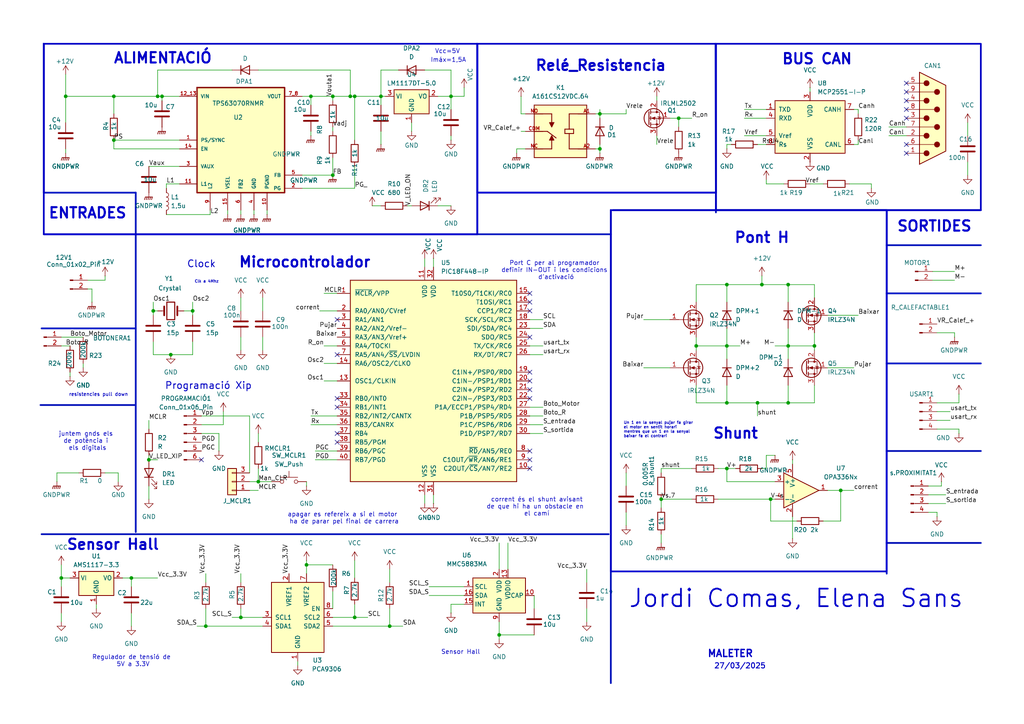
<source format=kicad_sch>
(kicad_sch (version 20250114) (generator "eeschema") (generator_version "9.0")
  (paper "A4")
  (title_block (title "Projecte_v1") (company "UB"))
  (rectangle (start 177.165 60.96) (end 257.175 165.735) (stroke (width 0.5)))
  (rectangle (start 207.645 12.7) (end 284.48 60.96) (stroke (width 0.5)))
  (rectangle (start 12.7 12.7) (end 12.7254 55.88) (stroke (width 0.5)))
  (rectangle (start 12.7 12.7) (end 138.43 67.945) (stroke (width 0.5)))
  (rectangle (start 138.43 12.7) (end 207.645 55.88) (stroke (width 0.5)))
  (text "Regulador de tensió de \n5V a 3.3V" (at 38.608 191.77 0) (effects (font (size 1.27 1.27))))
  (text "Un 1 en la senyal pujar fa girar \nel motor en sentit horari\nmentres que un 1 en la senyal \nbaixar fa el contrari \n\n\n" (at 180.848 125.984 0) (effects (font (size 0.8 0.8)) (justify left)))
  (text "Imáx=1,5A\n" (at 130.048 17.526 0) (effects (font (size 1.27 1.27))))
  (text "Sensor Hall\n" (at 133.604 189.23 0) (effects (font (size 1.27 1.27))))
  (text "apagar es refereix a si el motor \nha de parar pel final de carrera\n" (at 99.822 150.368 0) (effects (font (size 1.27 1.27))))
  (text "Port C per al programador \ndefinir IN-OUT i les condicions \nd'activació\n" (at 161.29 78.486 0) (effects (font (size 1.27 1.27))))
  (text "Microcontrolador\n" (at 88.392 76.2 0) (effects (font (size 3 3) (thickness 0.6) (bold yes))))
  (text "MALETER" (at 211.836 189.738 0) (effects (font (size 2.032 2.032) (thickness 0.4064) (bold yes))))
  (text "Relé_Resistencia\n\n" (at 174.244 21.59 0) (effects (font (size 3 3) (thickness 0.6) (bold yes))))
  (text "Programació Xip\n" (at 60.452 112.014 0) (effects (font (size 2 2) (thickness 0.25))))
  (text "ENTRADES\n" (at 25.4 61.976 0) (effects (font (size 3 3) (thickness 0.6) (bold yes))))
  (text "juntem gnds els \nde potència i \nels digitals\n" (at 25.4 128.016 0) (effects (font (size 1.27 1.27))))
  (text "Sensor Hall\n\n" (at 32.766 160.528 0) (effects (font (size 3 3) (thickness 0.6) (bold yes))))
  (text "BUS CAN\n" (at 236.982 17.272 0) (effects (font (size 3 3) (thickness 0.6) (bold yes))))
  (text "corrent és el shunt avisant\nde que hi ha un obstacle en \nel camí" (at 155.702 147.066 0) (effects (font (size 1.27 1.27))))
  (text "Pont H\n" (at 220.98 69.088 0) (effects (font (size 3 3) (thickness 0.6) (bold yes))))
  (text "Jordi Comas, Elena Sans\n" (at 230.886 173.736 0) (effects (font (size 5.08 5.08) (thickness 0.508) (bold yes))))
  (text "Vcc=5V" (at 129.794 14.986 0) (effects (font (size 1.27 1.27))))
  (text "ALIMENTACIÓ\n" (at 47.244 17.018 0) (effects (font (size 3 3) (thickness 0.6) (bold yes))))
  (text "Clock\n" (at 58.42 76.708 0) (effects (font (size 2 2) (thickness 0.25))))
  (text "Clk a 4Mhz\n" (at 59.944 81.788 0) (effects (font (size 0.8 0.8))))
  (text "resistencies pull down \n" (at 28.956 114.554 0) (effects (font (size 1 1))))
  (text "27/03/2025" (at 214.63 193.294 0) (effects (font (size 1.524 1.524) (thickness 0.254) (bold yes))))
  (text "Shunt\n\n" (at 213.36 128.27 0) (effects (font (size 3 3) (thickness 0.6) (bold yes))))
  (text "SORTIDES\n" (at 271.018 65.786 0) (effects (font (size 3 3) (thickness 0.6) (bold yes))))
  (junction (at 17.78 167.64))
  (junction (at 210.82 100.33))
  (junction (at 173.99 33.02))
  (junction (at 49.53 102.87))
  (junction (at 144.78 184.15))
  (junction (at 19.05 27.94))
  (junction (at 201.93 100.33))
  (junction (at 33.02 40.64))
  (junction (at 59.69 181.61))
  (junction (at 196.85 34.29))
  (junction (at 173.99 43.18))
  (junction (at 38.1 167.64))
  (junction (at 88.9 163.83))
  (junction (at 43.18 133.35))
  (junction (at 220.98 82.55))
  (junction (at 228.6 100.33))
  (junction (at 210.82 116.84))
  (junction (at 236.22 100.33))
  (junction (at 55.88 90.17))
  (junction (at 223.52 144.78))
  (junction (at 228.6 82.55))
  (junction (at 33.02 27.94))
  (junction (at 219.71 116.84))
  (junction (at 90.17 27.94))
  (junction (at 243.84 142.24))
  (junction (at 191.77 144.78))
  (junction (at 130.81 27.94))
  (junction (at 45.72 27.94))
  (junction (at 96.52 27.94))
  (junction (at 102.87 27.94))
  (junction (at 74.93 139.7))
  (junction (at 102.87 179.07))
  (junction (at 210.82 135.89))
  (junction (at 110.49 27.94))
  (junction (at 113.03 181.61))
  (junction (at 210.82 82.55))
  (junction (at 101.6 27.94))
  (junction (at 228.6 116.84))
  (junction (at 44.45 90.17))
  (junction (at 96.52 50.8))
  (junction (at 69.85 179.07))
  (junction (at 46.99 27.94))
  (no_connect (at 262.89 34.29))
  (no_connect (at 153.67 90.17))
  (no_connect (at 97.79 92.71))
  (no_connect (at 153.67 87.63))
  (no_connect (at 262.89 26.67))
  (no_connect (at 97.79 102.87))
  (no_connect (at 153.67 115.57))
  (no_connect (at 58.42 133.35))
  (no_connect (at 153.67 130.81))
  (no_connect (at 153.67 113.03))
  (no_connect (at 97.79 115.57))
  (no_connect (at 153.67 97.79))
  (no_connect (at 262.89 29.21))
  (no_connect (at 153.67 85.09))
  (no_connect (at 153.67 107.95))
  (no_connect (at 153.67 110.49))
  (no_connect (at 153.67 135.89))
  (no_connect (at 97.79 128.27))
  (no_connect (at 262.89 44.45))
  (no_connect (at 262.89 41.91))
  (no_connect (at 153.67 133.35))
  (no_connect (at 262.89 24.13))
  (no_connect (at 262.89 31.75))
  (no_connect (at 97.79 118.11))
  (no_connect (at 97.79 125.73))
  (wire (pts (xy 222.25 132.08) (xy 224.79 132.08)))
  (wire (pts (xy 91.44 133.35) (xy 97.79 133.35)))
  (wire (pts (xy 34.29 139.7) (xy 34.29 137.16)))
  (wire (pts (xy 74.93 125.73) (xy 74.93 128.27)))
  (wire (pts (xy 123.19 74.93) (xy 123.19 77.47)))
  (wire (pts (xy 33.02 40.64) (xy 33.02 43.18)))
  (wire (pts (xy 90.17 120.65) (xy 97.79 120.65)))
  (wire (pts (xy 60.96 62.23) (xy 60.96 60.96)))
  (wire (pts (xy 246.38 53.34) (xy 252.73 53.34)))
  (wire (pts (xy 210.82 111.76) (xy 210.82 116.84)))
  (wire (pts (xy 88.9 163.83) (xy 96.52 163.83)))
  (wire (pts (xy 115.57 20.32) (xy 110.49 20.32)))
  (wire (pts (xy 113.03 176.53) (xy 113.03 181.61)))
  (wire (pts (xy 257.81 39.37) (xy 262.89 39.37)))
  (wire (pts (xy 228.6 100.33) (xy 228.6 104.14)))
  (wire (pts (xy 280.67 46.99) (xy 280.67 50.8)))
  (wire (pts (xy 215.9 31.75) (xy 222.25 31.75)))
  (wire (pts (xy 93.98 110.49) (xy 97.79 110.49)))
  (wire (pts (xy 76.2 181.61) (xy 59.69 181.61)))
  (wire (pts (xy 172.72 33.02) (xy 173.99 33.02)))
  (wire (pts (xy 45.72 90.17) (xy 44.45 90.17)))
  (wire (pts (xy 271.78 119.38) (xy 275.59 119.38)))
  (wire (pts (xy 59.69 166.37) (xy 59.69 168.91)))
  (wire (pts (xy 43.18 121.92) (xy 43.18 124.46)))
  (wire (pts (xy 153.67 100.33) (xy 157.48 100.33)))
  (wire (pts (xy 271.78 121.92) (xy 275.59 121.92)))
  (wire (pts (xy 130.81 27.94) (xy 130.81 31.75)))
  (wire (pts (xy 91.44 130.81) (xy 97.79 130.81)))
  (wire (pts (xy 102.87 27.94) (xy 110.49 27.94)))
  (wire (pts (xy 44.45 87.63) (xy 44.45 90.17)))
  (wire (pts (xy 228.6 82.55) (xy 228.6 87.63)))
  (wire (pts (xy 228.6 116.84) (xy 236.22 116.84)))
  (wire (pts (xy 186.69 92.71) (xy 194.31 92.71)))
  (wire (pts (xy 123.19 143.51) (xy 123.19 146.05)))
  (wire (pts (xy 76.2 97.79) (xy 76.2 101.6)))
  (wire (pts (xy 170.18 165.1) (xy 170.18 168.91)))
  (wire (pts (xy 46.99 29.21) (xy 46.99 27.94)))
  (wire (pts (xy 45.72 167.64) (xy 38.1 167.64)))
  (wire (pts (xy 224.79 139.7) (xy 210.82 139.7)))
  (wire (pts (xy 228.6 82.55) (xy 236.22 82.55)))
  (wire (pts (xy 55.88 99.06) (xy 55.88 102.87)))
  (wire (pts (xy 173.99 43.18) (xy 173.99 44.45)))
  (wire (pts (xy 34.29 137.16) (xy 30.48 137.16)))
  (wire (pts (xy 144.78 184.15) (xy 144.78 180.34)))
  (wire (pts (xy 57.15 181.61) (xy 59.69 181.61)))
  (wire (pts (xy 96.52 179.07) (xy 102.87 179.07)))
  (wire (pts (xy 66.04 60.96) (xy 66.04 62.23)))
  (wire (pts (xy 113.03 165.1) (xy 113.03 168.91)))
  (wire (pts (xy 151.13 38.1) (xy 152.4 38.1)))
  (wire (pts (xy 90.17 38.1) (xy 90.17 39.37)))
  (wire (pts (xy 153.67 125.73) (xy 157.48 125.73)))
  (wire (pts (xy 208.28 135.89) (xy 210.82 135.89)))
  (wire (pts (xy 124.46 170.18) (xy 134.62 170.18)))
  (wire (pts (xy 33.02 27.94) (xy 45.72 27.94)))
  (wire (pts (xy 17.78 100.33) (xy 20.32 100.33)))
  (wire (pts (xy 77.47 60.96) (xy 77.47 62.23)))
  (wire (pts (xy 153.67 102.87) (xy 157.48 102.87)))
  (wire (pts (xy 24.13 105.41) (xy 24.13 106.68)))
  (wire (pts (xy 110.49 20.32) (xy 110.49 27.94)))
  (wire (pts (xy 240.03 142.24) (xy 243.84 142.24)))
  (wire (pts (xy 48.26 53.34) (xy 48.26 54.61)))
  (wire (pts (xy 236.22 96.52) (xy 236.22 100.33)))
  (wire (pts (xy 210.82 116.84) (xy 219.71 116.84)))
  (wire (pts (xy 153.67 92.71) (xy 157.48 92.71)))
  (wire (pts (xy 87.63 50.8) (xy 96.52 50.8)))
  (wire (pts (xy 210.82 135.89) (xy 210.82 139.7)))
  (wire (pts (xy 236.22 82.55) (xy 236.22 86.36)))
  (wire (pts (xy 67.31 179.07) (xy 69.85 179.07)))
  (wire (pts (xy 74.93 142.24) (xy 72.39 142.24)))
  (wire (pts (xy 69.85 97.79) (xy 69.85 101.6)))
  (wire (pts (xy 33.02 27.94) (xy 33.02 33.02)))
  (wire (pts (xy 127 59.69) (xy 130.81 59.69)))
  (wire (pts (xy 144.78 185.42) (xy 144.78 184.15)))
  (wire (pts (xy 113.03 181.61) (xy 116.84 181.61)))
  (wire (pts (xy 278.13 124.46) (xy 278.13 125.73)))
  (wire (pts (xy 19.05 21.59) (xy 19.05 27.94)))
  (wire (pts (xy 220.98 80.01) (xy 220.98 82.55)))
  (wire (pts (xy 222.25 52.07) (xy 222.25 53.34)))
  (wire (pts (xy 240.03 106.68) (xy 247.65 106.68)))
  (wire (pts (xy 173.99 41.91) (xy 173.99 43.18)))
  (wire (pts (xy 96.52 27.94) (xy 101.6 27.94)))
  (wire (pts (xy 125.73 143.51) (xy 125.73 146.05)))
  (wire (pts (xy 208.28 144.78) (xy 223.52 144.78)))
  (wire (pts (xy 220.98 135.89) (xy 222.25 135.89)))
  (wire (pts (xy 210.82 100.33) (xy 214.63 100.33)))
  (wire (pts (xy 25.4 81.28) (xy 30.48 81.28)))
  (wire (pts (xy 74.93 139.7) (xy 78.74 139.7)))
  (wire (pts (xy 270.51 78.74) (xy 276.86 78.74)))
  (wire (pts (xy 219.71 116.84) (xy 228.6 116.84)))
  (wire (pts (xy 223.52 144.78) (xy 224.79 144.78)))
  (wire (pts (xy 280.67 35.56) (xy 280.67 39.37)))
  (wire (pts (xy 93.98 105.41) (xy 97.79 105.41)))
  (wire (pts (xy 44.45 90.17) (xy 44.45 91.44)))
  (wire (pts (xy 96.52 45.72) (xy 96.52 50.8)))
  (wire (pts (xy 90.17 123.19) (xy 97.79 123.19)))
  (wire (pts (xy 96.52 171.45) (xy 96.52 176.53)))
  (wire (pts (xy 252.73 53.34) (xy 252.73 54.61)))
  (wire (pts (xy 67.31 20.32) (xy 45.72 20.32)))
  (wire (pts (xy 172.72 43.18) (xy 173.99 43.18)))
  (wire (pts (xy 93.98 85.09) (xy 97.79 85.09)))
  (wire (pts (xy 196.85 34.29) (xy 200.66 34.29)))
  (wire (pts (xy 181.61 137.16) (xy 181.61 140.97)))
  (wire (pts (xy 76.2 86.36) (xy 76.2 90.17)))
  (wire (pts (xy 228.6 95.25) (xy 228.6 100.33)))
  (wire (pts (xy 271.78 124.46) (xy 278.13 124.46)))
  (wire (pts (xy 201.93 100.33) (xy 210.82 100.33)))
  (wire (pts (xy 69.85 176.53) (xy 69.85 179.07)))
  (wire (pts (xy 27.94 175.26) (xy 27.94 176.53)))
  (wire (pts (xy 181.61 148.59) (xy 181.61 152.4)))
  (wire (pts (xy 87.63 27.94) (xy 90.17 27.94)))
  (wire (pts (xy 46.99 27.94) (xy 52.07 27.94)))
  (wire (pts (xy 222.25 135.89) (xy 222.25 132.08)))
  (wire (pts (xy 191.77 135.89) (xy 191.77 137.16)))
  (wire (pts (xy 45.72 20.32) (xy 45.72 27.94)))
  (wire (pts (xy 173.99 33.02) (xy 173.99 31.75)))
  (wire (pts (xy 16.51 137.16) (xy 22.86 137.16)))
  (wire (pts (xy 271.78 96.52) (xy 276.86 96.52)))
  (wire (pts (xy 247.65 41.91) (xy 248.92 41.91)))
  (wire (pts (xy 144.78 184.15) (xy 154.94 184.15)))
  (wire (pts (xy 102.87 40.64) (xy 102.87 27.94)))
  (wire (pts (xy 247.65 31.75) (xy 248.92 31.75)))
  (wire (pts (xy 191.77 135.89) (xy 200.66 135.89)))
  (wire (pts (xy 223.52 151.13) (xy 231.14 151.13)))
  (wire (pts (xy 96.52 36.83) (xy 96.52 38.1)))
  (wire (pts (xy 269.24 143.51) (xy 274.32 143.51)))
  (wire (pts (xy 236.22 100.33) (xy 236.22 101.6)))
  (wire (pts (xy 271.78 148.59) (xy 271.78 149.86)))
  (wire (pts (xy 215.9 39.37) (xy 222.25 39.37)))
  (wire (pts (xy 248.92 31.75) (xy 248.92 33.02)))
  (wire (pts (xy 110.49 27.94) (xy 111.76 27.94)))
  (wire (pts (xy 210.82 82.55) (xy 220.98 82.55)))
  (wire (pts (xy 49.53 102.87) (xy 44.45 102.87)))
  (wire (pts (xy 201.93 111.76) (xy 201.93 116.84)))
  (wire (pts (xy 240.03 91.44) (xy 248.92 91.44)))
  (wire (pts (xy 153.67 118.11) (xy 157.48 118.11)))
  (wire (pts (xy 257.81 36.83) (xy 262.89 36.83)))
  (wire (pts (xy 20.32 107.95) (xy 20.32 109.22)))
  (wire (pts (xy 55.88 90.17) (xy 55.88 91.44)))
  (wire (pts (xy 220.98 82.55) (xy 228.6 82.55)))
  (wire (pts (xy 144.78 157.48) (xy 144.78 165.1)))
  (wire (pts (xy 33.02 43.18) (xy 52.07 43.18)))
  (wire (pts (xy 210.82 100.33) (xy 210.82 104.14)))
  (wire (pts (xy 123.19 20.32) (xy 130.81 20.32)))
  (wire (pts (xy 110.49 38.1) (xy 110.49 41.91)))
  (wire (pts (xy 26.67 83.82) (xy 26.67 87.63)))
  (wire (pts (xy 210.82 82.55) (xy 210.82 87.63)))
  (wire (pts (xy 212.09 41.91) (xy 210.82 41.91)))
  (wire (pts (xy 102.87 175.26) (xy 102.87 179.07)))
  (wire (pts (xy 191.77 154.94) (xy 191.77 157.48)))
  (wire (pts (xy 270.51 81.28) (xy 276.86 81.28)))
  (wire (pts (xy 124.46 172.72) (xy 134.62 172.72)))
  (wire (pts (xy 147.32 157.48) (xy 147.32 165.1)))
  (wire (pts (xy 194.31 34.29) (xy 196.85 34.29)))
  (wire (pts (xy 243.84 142.24) (xy 247.65 142.24)))
  (wire (pts (xy 278.13 114.3) (xy 278.13 116.84)))
  (wire (pts (xy 96.52 27.94) (xy 96.52 29.21)))
  (wire (pts (xy 53.34 90.17) (xy 55.88 90.17)))
  (wire (pts (xy 19.05 27.94) (xy 33.02 27.94)))
  (wire (pts (xy 72.39 120.65) (xy 58.42 120.65)))
  (wire (pts (xy 17.78 167.64) (xy 17.78 170.18)))
  (wire (pts (xy 153.67 120.65) (xy 157.48 120.65)))
  (wire (pts (xy 19.05 27.94) (xy 19.05 35.56)))
  (wire (pts (xy 92.71 90.17) (xy 97.79 90.17)))
  (wire (pts (xy 30.48 80.01) (xy 30.48 81.28)))
  (wire (pts (xy 236.22 116.84) (xy 236.22 111.76)))
  (wire (pts (xy 38.1 177.8) (xy 38.1 181.61)))
  (wire (pts (xy 43.18 48.26) (xy 52.07 48.26)))
  (wire (pts (xy 96.52 181.61) (xy 113.03 181.61)))
  (wire (pts (xy 134.62 25.4) (xy 134.62 27.94)))
  (wire (pts (xy 69.85 86.36) (xy 69.85 90.17)))
  (wire (pts (xy 38.1 167.64) (xy 38.1 170.18)))
  (wire (pts (xy 73.66 60.96) (xy 73.66 62.23)))
  (wire (pts (xy 191.77 144.78) (xy 200.66 144.78)))
  (wire (pts (xy 191.77 144.78) (xy 191.77 147.32)))
  (wire (pts (xy 210.82 135.89) (xy 213.36 135.89)))
  (wire (pts (xy 16.51 139.7) (xy 16.51 137.16)))
  (wire (pts (xy 134.62 175.26) (xy 130.81 175.26)))
  (wire (pts (xy 17.78 167.64) (xy 20.32 167.64)))
  (wire (pts (xy 107.95 59.69) (xy 110.49 59.69)))
  (wire (pts (xy 90.17 27.94) (xy 90.17 30.48)))
  (wire (pts (xy 59.69 176.53) (xy 59.69 181.61)))
  (wire (pts (xy 88.9 162.56) (xy 88.9 163.83)))
  (wire (pts (xy 55.88 87.63) (xy 55.88 90.17)))
  (wire (pts (xy 234.95 53.34) (xy 238.76 53.34)))
  (wire (pts (xy 25.4 83.82) (xy 26.67 83.82)))
  (wire (pts (xy 102.87 48.26) (xy 102.87 54.61)))
  (wire (pts (xy 64.77 123.19) (xy 58.42 123.19)))
  (wire (pts (xy 215.9 34.29) (xy 222.25 34.29)))
  (wire (pts (xy 74.93 135.89) (xy 74.93 139.7)))
  (wire (pts (xy 224.79 100.33) (xy 228.6 100.33)))
  (wire (pts (xy 69.85 60.96) (xy 69.85 62.23)))
  (wire (pts (xy 229.87 133.35) (xy 229.87 134.62)))
  (wire (pts (xy 201.93 116.84) (xy 210.82 116.84)))
  (wire (pts (xy 149.86 44.45) (xy 149.86 43.18)))
  (wire (pts (xy 201.93 82.55) (xy 210.82 82.55)))
  (wire (pts (xy 125.73 74.93) (xy 125.73 77.47)))
  (wire (pts (xy 74.93 20.32) (xy 101.6 20.32)))
  (wire (pts (xy 119.38 35.56) (xy 119.38 38.1)))
  (wire (pts (xy 153.67 95.25) (xy 157.48 95.25)))
  (wire (pts (xy 43.18 133.35) (xy 45.72 133.35)))
  (wire (pts (xy 119.38 59.69) (xy 118.11 59.69)))
  (wire (pts (xy 154.94 172.72) (xy 154.94 176.53)))
  (wire (pts (xy 181.61 31.75) (xy 181.61 33.02)))
  (wire (pts (xy 201.93 97.79) (xy 201.93 100.33)))
  (wire (pts (xy 269.24 146.05) (xy 274.32 146.05)))
  (wire (pts (xy 110.49 27.94) (xy 110.49 30.48)))
  (wire (pts (xy 101.6 20.32) (xy 101.6 27.94)))
  (wire (pts (xy 19.05 43.18) (xy 19.05 44.45)))
  (wire (pts (xy 228.6 100.33) (xy 236.22 100.33)))
  (wire (pts (xy 76.2 179.07) (xy 69.85 179.07)))
  (wire (pts (xy 201.93 100.33) (xy 201.93 101.6)))
  (wire (pts (xy 190.5 27.94) (xy 190.5 29.21)))
  (wire (pts (xy 219.71 41.91) (xy 222.25 41.91)))
  (wire (pts (xy 153.67 123.19) (xy 157.48 123.19)))
  (wire (pts (xy 243.84 142.24) (xy 243.84 151.13)))
  (wire (pts (xy 152.4 33.02) (xy 151.13 33.02)))
  (wire (pts (xy 43.18 132.08) (xy 43.18 133.35)))
  (wire (pts (xy 210.82 41.91) (xy 210.82 43.18)))
  (wire (pts (xy 219.71 116.84) (xy 219.71 120.65)))
  (wire (pts (xy 130.81 39.37) (xy 130.81 40.64)))
  (wire (pts (xy 186.69 106.68) (xy 194.31 106.68)))
  (wire (pts (xy 43.18 140.97) (xy 43.18 144.78)))
  (wire (pts (xy 88.9 139.7) (xy 88.9 140.97)))
  (wire (pts (xy 210.82 95.25) (xy 210.82 100.33)))
  (wire (pts (xy 196.85 34.29) (xy 196.85 36.83)))
  (wire (pts (xy 45.72 27.94) (xy 46.99 27.94)))
  (wire (pts (xy 201.93 87.63) (xy 201.93 82.55)))
  (wire (pts (xy 55.88 102.87) (xy 49.53 102.87)))
  (wire (pts (xy 88.9 163.83) (xy 88.9 166.37)))
  (wire (pts (xy 234.95 25.4) (xy 234.95 26.67)))
  (wire (pts (xy 72.39 120.65) (xy 72.39 137.16)))
  (wire (pts (xy 63.5 125.73) (xy 58.42 125.73)))
  (wire (pts (xy 38.1 167.64) (xy 35.56 167.64)))
  (wire (pts (xy 127 27.94) (xy 130.81 27.94)))
  (wire (pts (xy 170.18 176.53) (xy 170.18 180.34)))
  (wire (pts (xy 151.13 27.94) (xy 151.13 33.02)))
  (wire (pts (xy 87.63 54.61) (xy 102.87 54.61)))
  (wire (pts (xy 223.52 144.78) (xy 223.52 151.13)))
  (wire (pts (xy 48.26 62.23) (xy 60.96 62.23)))
  (wire (pts (xy 101.6 27.94) (xy 102.87 27.94)))
  (wire (pts (xy 17.78 97.79) (xy 24.13 97.79)))
  (wire (pts (xy 130.81 175.26) (xy 130.81 177.8)))
  (wire (pts (xy 130.81 20.32) (xy 130.81 27.94)))
  (wire (pts (xy 69.85 166.37) (xy 69.85 168.91)))
  (wire (pts (xy 44.45 99.06) (xy 44.45 102.87)))
  (wire (pts (xy 48.26 53.34) (xy 52.07 53.34)))
  (wire (pts (xy 273.05 139.7) (xy 273.05 140.97)))
  (wire (pts (xy 228.6 111.76) (xy 228.6 116.84)))
  (wire (pts (xy 102.87 162.56) (xy 102.87 167.64)))
  (wire (pts (xy 93.98 100.33) (xy 97.79 100.33)))
  (wire (pts (xy 269.24 148.59) (xy 271.78 148.59)))
  (wire (pts (xy 229.87 149.86) (xy 229.87 156.21)))
  (wire (pts (xy 173.99 33.02) (xy 173.99 34.29)))
  (wire (pts (xy 17.78 177.8) (xy 17.78 180.34)))
  (wire (pts (xy 269.24 140.97) (xy 273.05 140.97)))
  (wire (pts (xy 63.5 130.81) (xy 63.5 125.73)))
  (wire (pts (xy 222.25 53.34) (xy 227.33 53.34)))
  (wire (pts (xy 64.77 119.38) (xy 64.77 123.19)))
  (wire (pts (xy 181.61 33.02) (xy 173.99 33.02)))
  (wire (pts (xy 102.87 179.07) (xy 106.68 179.07)))
  (wire (pts (xy 17.78 163.83) (xy 17.78 167.64)))
  (wire (pts (xy 90.17 27.94) (xy 96.52 27.94)))
  (wire (pts (xy 33.02 40.64) (xy 52.07 40.64)))
  (wire (pts (xy 72.39 139.7) (xy 74.93 139.7)))
  (wire (pts (xy 271.78 116.84) (xy 278.13 116.84)))
  (wire (pts (xy 149.86 43.18) (xy 152.4 43.18)))
  (wire (pts (xy 276.86 96.52) (xy 276.86 97.79)))
  (wire (pts (xy 248.92 40.64) (xy 248.92 41.91)))
  (wire (pts (xy 190.5 39.37) (xy 190.5 41.91)))
  (wire (pts (xy 238.76 151.13) (xy 243.84 151.13)))
  (wire (pts (xy 130.81 27.94) (xy 134.62 27.94)))
  (wire (pts (xy 86.36 191.77) (xy 86.36 193.04)))
  (label "Pujar" (at 186.69 92.71 180))
  (label "usart_rx" (at 157.48 102.87 0))
  (label "Vcc_3.3V" (at 83.82 166.37 90))
  (label "Vrele" (at 190.5 41.91 0))
  (label "Vcc_3.3V" (at 59.69 166.37 90))
  (label "M-" (at 224.79 100.33 180))
  (label "L2" (at 60.96 62.23 0))
  (label "PGD" (at 91.44 133.35 0) (effects (font (thickness 0.1588))))
  (label "Vaux" (at 43.18 48.26 0))
  (label "Boto_Motor" (at 157.48 118.11 0))
  (label "V+" (at 210.82 135.89 0))
  (label "Vcc_3.3V" (at 147.32 157.48 0))
  (label "Vouta1" (at 96.52 27.94 90))
  (label "Canl" (at 248.92 41.91 0))
  (label "Rx" (at 90.17 123.19 0))
  (label "SCL" (at 106.68 179.07 0))
  (label "SCL_S" (at 124.46 170.18 180))
  (label "Pujar" (at 97.79 95.25 180))
  (label "PGC" (at 58.42 130.81 0) (effects (font (thickness 0.1588))))
  (label "Vrele" (at 181.61 31.75 0))
  (label "M+" (at 214.63 100.33 0))
  (label "R_on" (at 200.66 34.29 0))
  (label "Man_CLR" (at 74.93 139.7 0) (effects (font (thickness 0.1588))))
  (label "R_on" (at 93.98 100.33 180))
  (label "shunt" (at 219.71 120.65 0) (effects (font (thickness 0.1588))))
  (label "usart_tx" (at 275.59 119.38 0))
  (label "Vcc_3.3V" (at 45.72 167.64 0))
  (label "VR_Calef_+" (at 271.78 93.98 0))
  (label "Vcc_3.3V" (at 69.85 166.37 90))
  (label "Osc1" (at 44.45 87.63 0))
  (label "Vadj" (at 96.52 36.83 0))
  (label "corrent" (at 92.71 90.17 180) (effects (font (thickness 0.1588))))
  (label "Baixar" (at 248.92 91.44 0))
  (label "M+" (at 276.86 78.74 0))
  (label "shunt" (at 191.77 135.89 0) (effects (font (thickness 0.1588))))
  (label "usart_tx" (at 157.48 100.33 0))
  (label "SCL_S" (at 67.31 179.07 180))
  (label "Tx" (at 90.17 120.65 0))
  (label "V_LED_ON" (at 119.38 59.69 90))
  (label "Boto_R" (at 157.48 120.65 0))
  (label "VR_Calef_+" (at 151.13 38.1 180))
  (label "Osc2" (at 55.88 87.63 0))
  (label "Tx" (at 215.9 31.75 0))
  (label "usart_rx" (at 275.59 121.92 0))
  (label "Boto_R" (at 19.05 100.33 0))
  (label "corrent" (at 247.65 142.24 0) (effects (font (thickness 0.1588))))
  (label "S_entrada" (at 274.32 143.51 0))
  (label "M-" (at 276.86 81.28 0))
  (label "S_entrada" (at 157.48 123.19 0))
  (label "MCLR" (at 43.18 121.92 0))
  (label "PS" (at 33.02 40.64 0))
  (label "SDA_S" (at 57.15 181.61 180))
  (label "PG_" (at 102.87 54.61 0))
  (label "Vs.7" (at 191.77 144.78 0))
  (label "V_LED_XIP" (at 43.18 133.35 0))
  (label "MCLR" (at 93.98 85.09 0))
  (label "Pujar" (at 247.65 106.68 0))
  (label "SDA" (at 157.48 95.25 0))
  (label "PGD" (at 58.42 128.27 0) (effects (font (thickness 0.1588))))
  (label "SDA" (at 116.84 181.61 0))
  (label "FB" (at 96.52 50.8 0))
  (label "SDA_S" (at 124.46 172.72 180))
  (label "S_sortida" (at 274.32 146.05 0))
  (label "Osc1" (at 93.98 110.49 180))
  (label "PGC" (at 91.44 130.81 0) (effects (font (thickness 0.1588))))
  (label "Vpp" (at 58.42 120.65 0))
  (label "Canl" (at 257.81 39.37 0))
  (label "Vref" (at 215.9 39.37 0))
  (label "Vref" (at 237.49 53.34 180))
  (label "Boto_Motor" (at 20.32 97.79 0))
  (label "Rx" (at 215.9 34.29 0))
  (label "MCLR" (at 74.93 142.24 0) (effects (font (thickness 0.1588))))
  (label "Canh" (at 248.92 31.75 0))
  (label "V-s" (at 223.52 144.78 0))
  (label "Vcc_3.3V" (at 144.78 157.48 180))
  (label "RsU4" (at 220.98 41.91 0))
  (label "S_sortida" (at 157.48 125.73 0))
  (label "Canh" (at 257.81 36.83 0))
  (label "Baixar" (at 97.79 97.79 180))
  (label "Vcc_3.3V" (at 170.18 165.1 180))
  (label "L1" (at 48.26 53.34 0))
  (label "Osc2" (at 93.98 105.41 180))
  (label "Baixar" (at 186.69 106.68 180))
  (label "SCL" (at 157.48 92.71 0))
  (rule_area (polyline (pts (xy 257.212 61.0178) (xy 257.175 166.37)) (stroke (width 0.508) (color 0 14 183 1))))
  (rule_area (polyline (pts (xy 284.48 105.41) (xy 257.175 105.41)) (stroke (width 0.508) (color 0 14 183 1))))
  (rule_area (polyline (pts (xy 284.48 60.96) (xy 177.8 60.96)) (stroke (width 0.508) (color 0 14 183 1))))
  (rule_area (polyline (pts (xy 177.165 60.96) (xy 177.165 198.12)) (stroke (width 0.508) (color 0 14 183 1))))
  (rule_area (polyline (pts (xy 39.37 55.88) (xy 39.37 154.305)) (stroke (width 0.508) (color 0 14 183 1))))
  (rule_area (polyline (pts (xy 207.5453 12.9625) (xy 207.645 61.595)) (stroke (width 0.508) (color 0 14 183 1))))
  (rule_area (polyline (pts (xy 284.48 71.12) (xy 257.175 71.12)) (stroke (width 0.508) (color 0 14 183 1))))
  (rule_area (polyline (pts (xy 138.43 12.7) (xy 138.43 67.945)) (stroke (width 0.508) (color 0 14 183 1))))
  (rule_area (polyline (pts (xy 284.48 130.81) (xy 257.175 130.81)) (stroke (width 0.508) (color 0 14 183 1))))
  (rule_area (polyline (pts (xy 284.48 85.09) (xy 257.175 85.09)) (stroke (width 0.508) (color 0 14 183 1))))
  (rule_area (polyline (pts (xy 177.165 67.945) (xy 12.7 67.945)) (stroke (width 0.508) (color 0 14 183 1))))
  (rule_area (polyline (pts (xy 39.37 95.25) (xy 12.065 95.25)) (stroke (width 0.508) (color 0 14 183 1))))
  (rule_area (polyline (pts (xy 284.48 157.48) (xy 257.175 157.48)) (stroke (width 0.508) (color 0 14 183 1))))
  (rule_area (polyline (pts (xy 39.37 55.88) (xy 12.7 55.88)) (stroke (width 0.508) (color 0 14 183 1))))
  (rule_area (polyline (pts (xy 176.53 154.94) (xy 12.065 154.94)) (stroke (width 0.508) (color 0 14 183 1))))
  (rule_area (polyline (pts (xy 207.645 55.88) (xy 138.43 55.88)) (stroke (width 0.508) (color 0 14 183 1))))
  (rule_area (polyline (pts (xy 39.0524 117.475) (xy 11.7474 117.475)) (stroke (width 0.508) (color 0 14 183 1))))
  (symbol (lib_id "power:GNDPWR") (at 69.85 62.23 0) (unit 1)
    (property "Reference" "#PWR023" (effects (hide yes)))
    (property "Value" "GNDPWR" (at 71.628 66.802 0))
    (property "Description" "Power symbol creates a global label with name \"GNDPWR\" , global ground" (effects (hide yes)))
  )
  (symbol (lib_id "power:GND") (at 88.9 140.97 0) (unit 1)
    (property "Reference" "#PWR026" (effects (hide yes)))
    (property "Value" "GND" (at 88.9 146.05 0))
    (property "Description" "Power symbol creates a global label with name \"GND\" , ground" (effects (hide yes)))
  )
  (symbol (lib_id "Connector:Conn_01x02_Pin") (at 12.7 97.79 0) (unit 1)
    (property "Reference" "BOTONERA1" (at 32.512 98.044 0))
    (property "Value" "Conn_01x02_Pin" (effects (hide yes)))
    (property "Footprint" "Connector_PinHeader_2.54mm:PinHeader_1x02_P2.54mm_Vertical" (effects (hide yes)))
    (property "Description" "Generic connector, single row, 01x02, script generated" (effects (hide yes)))
  )
  (symbol (lib_id "power:GND") (at 24.13 106.68 0) (unit 1)
    (property "Reference" "#PWR070" (effects (hide yes)))
    (property "Value" "GND" (at 24.13 111.76 0))
    (property "Description" "Power symbol creates a global label with name \"GND\" , ground" (effects (hide yes)))
  )
  (symbol (lib_id "Device:R") (at 191.77 140.97 0) (unit 1)
    (property "Reference" "R_shunt1" (at 188.976 140.97 90) (effects (justify left)))
    (property "Value" "0.005R" (at 187.198 140.97 90) (effects (justify left)))
    (property "Footprint" "Resistor_SMD:R_Shunt_Vishay_WSK2512_6332Metric_T2.21mm" (effects (hide yes)))
    (property "Description" "Resistor" (effects (hide yes)))
  )
  (symbol (lib_id "power:GNDPWR") (at 26.67 87.63 0) (unit 1)
    (property "Reference" "#PWR04" (effects (hide yes)))
    (property "Value" "GNDPWR" (at 26.543 91.44 0))
    (property "Description" "Power symbol creates a global label with name \"GNDPWR\" , global ground" (effects (hide yes)))
  )
  (symbol (lib_id "power:GNDPWR") (at 77.47 62.23 0) (unit 1)
    (property "Reference" "#PWR028" (effects (hide yes)))
    (property "Value" "GNDPWR" (at 71.628 66.802 0))
    (property "Description" "Power symbol creates a global label with name \"GNDPWR\" , global ground" (effects (hide yes)))
  )
  (symbol (lib_id "power:GNDPWR") (at 191.77 157.48 0) (unit 1)
    (property "Reference" "#PWR052" (effects (hide yes)))
    (property "Value" "GNDPWR" (at 191.262 161.798 0))
    (property "Description" "Power symbol creates a global label with name \"GNDPWR\" , global ground" (effects (hide yes)))
  )
  (symbol (lib_id "Device:C") (at 90.17 34.29 0) (unit 1)
    (property "Reference" "C10" (at 86.106 29.718 0) (effects (justify left)))
    (property "Value" "10u" (at 85.09 31.75 0) (effects (justify left)))
    (property "Footprint" "Capacitor_SMD:C_0402_1005Metric" (effects (hide yes)))
    (property "Description" "Unpolarized capacitor" (effects (hide yes)))
  )
  (symbol (lib_id "power:GNDPWR") (at 196.85 44.45 0) (unit 1)
    (property "Reference" "#PWR046" (effects (hide yes)))
    (property "Value" "GNDPWR" (at 196.85 48.26 0))
    (property "Description" "Power symbol creates a global label with name \"GNDPWR\" , global ground" (effects (hide yes)))
  )
  (symbol (lib_id "power:VCC") (at 69.85 86.36 0) (unit 1)
    (property "Reference" "#PWR016" (effects (hide yes)))
    (property "Value" "VCC" (at 69.85 81.28 0))
    (property "Description" "Power symbol creates a global label with name \"VCC\"" (effects (hide yes)))
  )
  (symbol (lib_id "power:GNDPWR") (at 224.79 132.08 0) (unit 1)
    (property "Reference" "#PWR057" (effects (hide yes)))
    (property "Value" "GNDPWR" (at 224.282 136.398 0))
    (property "Description" "Power symbol creates a global label with name \"GNDPWR\" , global ground" (effects (hide yes)))
  )
  (symbol (lib_id "power:VCC") (at 74.93 125.73 0) (unit 1)
    (property "Reference" "#PWR019" (effects (hide yes)))
    (property "Value" "VCC" (at 74.93 120.65 0))
    (property "Description" "Power symbol creates a global label with name \"VCC\"" (effects (hide yes)))
  )
  (symbol (lib_id "Device:C") (at 43.18 52.07 0) (unit 1)
    (property "Reference" "C6" (at 39.116 47.498 0) (effects (justify left)))
    (property "Value" "10u" (at 41.656 52.07 0) (effects (justify left)))
    (property "Footprint" "Capacitor_SMD:C_0402_1005Metric" (effects (hide yes)))
    (property "Description" "Unpolarized capacitor" (effects (hide yes)))
  )
  (symbol (lib_id "Transistor_FET:IRLZ34N") (at 187.96 34.29 0) (unit 1)
    (property "Reference" "Q1" (at 193.548 32.004 0) (effects (justify left)))
    (property "Value" "IRLML2502" (at 191.516 29.972 0) (effects (justify left)))
    (property "Footprint" "Library:SOT95P237X112-3N" (effects (hide yes)))
    (property "Datasheet" "http://www.infineon.com/dgdl/irlz34npbf.pdf?fileId=5546d462533600a40153567206892720" (effects (hide yes)))
    (property "Description" "30A Id, 55V Vds, 35mOhm Rds, N-Channel HEXFET Power MOSFET, TO-220AB" (effects (hide yes)))
  )
  (symbol (lib_id "Device:R") (at 191.77 151.13 0) (unit 1)
    (property "Reference" "R14" (at 188.976 152.146 90))
    (property "Value" "1k" (at 191.77 151.13 90))
    (property "Footprint" "Resistor_SMD:R_0805_2012Metric" (effects (hide yes)))
    (property "Description" "Resistor" (effects (hide yes)))
  )
  (symbol (lib_id "power:GND") (at 49.53 102.87 0) (unit 1)
    (property "Reference" "#PWR010" (effects (hide yes)))
    (property "Value" "GND" (at 49.53 107.95 0))
    (property "Description" "Power symbol creates a global label with name \"GND\" , ground" (effects (hide yes)))
  )
  (symbol (lib_id "power:GND") (at 43.18 144.78 0) (unit 1)
    (property "Reference" "#PWR09" (effects (hide yes)))
    (property "Value" "GND" (at 43.18 149.86 0))
    (property "Description" "Power symbol creates a global label with name \"GND\" , ground" (effects (hide yes)))
  )
  (symbol (lib_id "Device:D") (at 210.82 107.95 270) (unit 1)
    (property "Reference" "DPM+2" (at 213.36 106.6799 90) (effects (justify left)))
    (property "Value" "D" (at 213.36 109.2199 90) (effects (justify left)))
    (property "Footprint" "Diode_SMD:D_0805_2012Metric_Pad1.15x1.40mm_HandSolder" (effects (hide yes)))
    (property "Description" "Diode" (effects (hide yes)))
    (property "Sim.Device" "D" (effects (hide yes)))
    (property "Sim.Pins" "1=K 2=A" (effects (hide yes)))
  )
  (symbol (lib_id "power:GNDPWR") (at 276.86 97.79 0) (unit 1)
    (property "Reference" "#PWR065" (effects (hide yes)))
    (property "Value" "GNDPWR" (at 276.733 101.6 0))
    (property "Description" "Power symbol creates a global label with name \"GNDPWR\" , global ground" (effects (hide yes)))
  )
  (symbol (lib_id "power:GND") (at 17.78 180.34 0) (unit 1)
    (property "Reference" "#PWR02" (effects (hide yes)))
    (property "Value" "GND" (at 17.78 185.42 0))
    (property "Description" "Power symbol creates a global label with name \"GND\" , ground" (effects (hide yes)))
  )
  (symbol (lib_id "Device:R") (at 96.52 41.91 180) (unit 1)
    (property "Reference" "R9" (at 92.71 46.482 90))
    (property "Value" "1k" (at 94.996 46.482 90))
    (property "Footprint" "Resistor_SMD:R_0805_2012Metric" (effects (hide yes)))
    (property "Description" "Resistor" (effects (hide yes)))
  )
  (symbol (lib_name "IRLZ34N_1") (lib_id "Transistor_FET:IRLZ34N") (at 199.39 92.71 0) (unit 1)
    (property "Reference" "Q2" (at 205.74 91.4399 0) (effects (justify left)))
    (property "Value" "IRLZ34N" (at 205.74 93.9799 0) (effects (justify left)))
    (property "Footprint" "Package_TO_SOT_THT:TO-220-3_Vertical" (effects (hide yes)))
    (property "Datasheet" "http://www.infineon.com/dgdl/irlz34npbf.pdf?fileId=5546d462533600a40153567206892720" (effects (hide yes)))
    (property "Description" "30A Id, 55V Vds, 35mOhm Rds, N-Channel HEXFET Power MOSFET, TO-220AB" (effects (hide yes)))
  )
  (symbol (lib_id "power:VCC") (at 17.78 163.83 0) (unit 1)
    (property "Reference" "#PWR01" (effects (hide yes)))
    (property "Value" "VCC" (at 17.78 158.75 0))
    (property "Description" "Power symbol creates a global label with name \"VCC\"" (effects (hide yes)))
  )
  (symbol (lib_id "Device:R") (at 217.17 135.89 270) (unit 1)
    (property "Reference" "R18" (at 216.154 133.096 90))
    (property "Value" "2k" (at 217.17 135.89 90))
    (property "Footprint" "Resistor_SMD:R_0805_2012Metric" (effects (hide yes)))
    (property "Description" "Resistor" (effects (hide yes)))
  )
  (symbol (lib_id "Connector:Conn_01x06_Pin") (at 53.34 125.73 0) (unit 1)
    (property "Reference" "PROGRAMACIÓ1" (at 53.975 115.57 0))
    (property "Value" "Conn_01x06_Pin" (at 53.975 118.11 0))
    (property "Footprint" "Connector_PinHeader_2.54mm:PinHeader_1x06_P2.54mm_Vertical" (effects (hide yes)))
    (property "Description" "Generic connector, single row, 01x06, script generated" (effects (hide yes)))
  )
  (symbol (lib_id "Device:C") (at 19.05 39.37 0) (unit 1)
    (property "Reference" "C4" (at 14.986 34.798 0) (effects (justify left)))
    (property "Value" "10u" (at 13.97 36.83 0) (effects (justify left)))
    (property "Footprint" "Capacitor_SMD:C_0402_1005Metric" (effects (hide yes)))
    (property "Description" "Unpolarized capacitor" (effects (hide yes)))
  )
  (symbol (lib_id "Device:C") (at 69.85 93.98 0) (unit 1)
    (property "Reference" "C8" (at 65.786 89.408 0) (effects (justify left)))
    (property "Value" "100n" (at 64.77 91.44 0) (effects (justify left)))
    (property "Footprint" "Capacitor_SMD:C_0805_2012Metric" (effects (hide yes)))
    (property "Description" "Unpolarized capacitor" (effects (hide yes)))
  )
  (symbol (lib_id "Device:D") (at 119.38 20.32 0) (unit 1)
    (property "Reference" "DPA2" (at 119.38 13.97 0))
    (property "Value" "D" (at 119.38 16.51 0))
    (property "Footprint" "Diode_SMD:D_0805_2012Metric_Pad1.15x1.40mm_HandSolder" (effects (hide yes)))
    (property "Description" "Diode" (effects (hide yes)))
    (property "Sim.Device" "D" (effects (hide yes)))
    (property "Sim.Pins" "1=K 2=A" (effects (hide yes)))
  )
  (symbol (lib_id "Connector:Conn_01x02_Pin") (at 266.7 93.98 0) (unit 1)
    (property "Reference" "R_CALEFACTABLE1" (at 266.954 89.154 0))
    (property "Value" "Conn_01x02_Pin" (effects (hide yes)))
    (property "Footprint" "Connector_PinHeader_2.54mm:PinHeader_1x02_P2.54mm_Vertical" (effects (hide yes)))
    (property "Description" "Generic connector, single row, 01x02, script generated" (effects (hide yes)))
  )
  (symbol (lib_id "power:GNDPWR") (at 149.86 44.45 0) (unit 1)
    (property "Reference" "#PWR047" (effects (hide yes)))
    (property "Value" "GNDPWR" (at 149.733 48.26 0))
    (property "Description" "Power symbol creates a global label with name \"GNDPWR\" , global ground" (effects (hide yes)))
  )
  (symbol (lib_id "power:GNDPWR") (at 73.66 62.23 0) (unit 1)
    (property "Reference" "#PWR024" (effects (hide yes)))
    (property "Value" "GNDPWR" (at 71.628 66.802 0))
    (property "Description" "Power symbol creates a global label with name \"GNDPWR\" , global ground" (effects (hide yes)))
  )
  (symbol (lib_id "Sensor_Magnetic:MMC5883MA") (at 144.78 172.72 0) (unit 1)
    (property "Reference" "U6" (at 135.382 161.036 0))
    (property "Value" "MMC5883MA" (at 135.382 163.576 0))
    (property "Footprint" "Package_LGA:LGA-16_3x3mm_P0.5mm" (effects (hide yes)))
    (property "Datasheet" "http://www.memsic.com/userfiles/files/DataSheets/Magnetic-Sensors-Datasheets/MMC5883MA-RevC.pdf" (effects (hide yes)))
    (property "Description" "3-axis Magnetic Sensor, I2C Interface, LGA-16" (effects (hide yes)))
  )
  (symbol (lib_id "Device:D") (at 173.99 38.1 270) (unit 1)
    (property "Reference" "D1" (at 178.816 39.116 90) (effects (justify right)))
    (property "Value" "D" (at 178.054 37.084 90) (effects (justify right)))
    (property "Footprint" "Diode_SMD:D_0805_2012Metric_Pad1.15x1.40mm_HandSolder" (effects (hide yes)))
    (property "Description" "Diode" (effects (hide yes)))
    (property "Sim.Device" "D" (effects (hide yes)))
    (property "Sim.Pins" "1=K 2=A" (effects (hide yes)))
  )
  (symbol (lib_id "power:GND") (at 234.95 46.99 0) (unit 1)
    (property "Reference" "#PWR061" (effects (hide yes)))
    (property "Value" "GND" (at 238.76 48.768 0))
    (property "Description" "Power symbol creates a global label with name \"GND\" , ground" (effects (hide yes)))
  )
  (symbol (lib_id "Device:LED") (at 43.18 137.16 90) (unit 1)
    (property "Reference" "DR1" (at 46.99 137.4774 90) (effects (justify right)))
    (property "Value" "LED" (at 46.99 140.0174 90) (effects (justify right)))
    (property "Footprint" "LED_SMD:LED_0805_2012Metric" (effects (hide yes)))
    (property "Description" "Light emitting diode" (effects (hide yes)))
    (property "Sim.Pins" "1=K 2=A" (effects (hide yes)))
  )
  (symbol (lib_id "Transistor_FET:IRLZ34N") (at 233.68 91.44 0) (unit 1)
    (property "Reference" "Q4" (at 240.03 90.1699 0) (effects (justify left)))
    (property "Value" "IRLZ34N" (at 240.03 92.7099 0) (effects (justify left)))
    (property "Footprint" "Package_TO_SOT_THT:TO-220-3_Vertical" (effects (hide yes)))
    (property "Datasheet" "http://www.infineon.com/dgdl/irlz34npbf.pdf?fileId=5546d462533600a40153567206892720" (effects (hide yes)))
    (property "Description" "30A Id, 55V Vds, 35mOhm Rds, N-Channel HEXFET Power MOSFET, TO-220AB" (effects (hide yes)))
  )
  (symbol (lib_id "Device:R") (at 43.18 128.27 180) (unit 1)
    (property "Reference" "R2" (at 45.72 126.9999 0) (effects (justify right)))
    (property "Value" "R" (at 45.72 129.5399 0) (effects (justify right)))
    (property "Footprint" "Resistor_SMD:R_0805_2012Metric" (effects (hide yes)))
    (property "Description" "Resistor" (effects (hide yes)))
  )
  (symbol (lib_id "Device:R") (at 215.9 41.91 90) (unit 1)
    (property "Reference" "R17" (at 211.328 38.1 90))
    (property "Value" "1k" (at 211.328 40.386 90))
    (property "Footprint" "Resistor_SMD:R_0805_2012Metric" (effects (hide yes)))
    (property "Description" "Resistor" (effects (hide yes)))
  )
  (symbol (lib_id "Regulator_Linear:LM1117DT-5.0") (at 119.38 27.94 0) (unit 1)
    (property "Reference" "U4" (at 119.38 21.59 0))
    (property "Value" "LM1117DT-5.0" (at 119.38 24.13 0))
    (property "Footprint" "Package_TO_SOT_SMD:TO-252-3_TabPin2" (effects (hide yes)))
    (property "Datasheet" "http://www.ti.com/lit/ds/symlink/lm1117.pdf" (effects (hide yes)))
    (property "Description" "800mA Low-Dropout Linear Regulator, 5.0V fixed output, TO-252" (effects (hide yes)))
  )
  (symbol (lib_id "power:VCC") (at 134.62 25.4 0) (unit 1)
    (property "Reference" "#PWR043" (effects (hide yes)))
    (property "Value" "VCC" (at 136.398 21.59 90))
    (property "Description" "Power symbol creates a global label with name \"VCC\"" (effects (hide yes)))
  )
  (symbol (lib_id "Device:R") (at 204.47 135.89 270) (unit 1)
    (property "Reference" "R15" (at 203.454 133.096 90))
    (property "Value" "1k" (at 204.724 135.89 90))
    (property "Footprint" "Resistor_SMD:R_0805_2012Metric" (effects (hide yes)))
    (property "Description" "Resistor" (effects (hide yes)))
  )
  (symbol (lib_id "power:+12V") (at 151.13 27.94 0) (unit 1)
    (property "Reference" "#PWR048" (effects (hide yes)))
    (property "Value" "+12V" (at 151.13 22.86 0))
    (property "Description" "Power symbol creates a global label with name \"+12V\"" (effects (hide yes)))
  )
  (symbol (lib_id "MCU_Microchip_PIC18:PIC18F448-IP") (at 125.73 110.49 0) (unit 1)
    (property "Reference" "U5" (at 127.8733 76.2 0) (effects (justify left)))
    (property "Value" "PIC18F448-IP" (at 127.8733 78.74 0) (effects (justify left)))
    (property "Footprint" "Library:PIC258SMD" (effects (hide yes)))
    (property "Datasheet" "http://ww1.microchip.com/downloads/en/DeviceDoc/41159e.pdf" (effects (hide yes)))
    (property "Description" "16K Flash, 768B SRAM, 256 EEPROM, CAN, DIP40" (effects (hide yes)))
  )
  (symbol (lib_id "power:VCC") (at 278.13 114.3 0) (unit 1)
    (property "Reference" "#PWR066" (effects (hide yes)))
    (property "Value" "VCC" (at 278.13 109.22 0))
    (property "Description" "Power symbol creates a global label with name \"VCC\"" (effects (hide yes)))
  )
  (symbol (lib_id "Device:R") (at 231.14 53.34 90) (unit 1)
    (property "Reference" "R19" (at 230.886 55.88 90))
    (property "Value" "1k" (at 227.33 55.88 90))
    (property "Footprint" "Resistor_SMD:R_0805_2012Metric" (effects (hide yes)))
    (property "Description" "Resistor" (effects (hide yes)))
  )
  (symbol (lib_id "power:+12V") (at 19.05 21.59 0) (unit 1)
    (property "Reference" "#PWR011" (effects (hide yes)))
    (property "Value" "+12V" (at 18.796 17.78 0))
    (property "Description" "Power symbol creates a global label with name \"+12V\"" (effects (hide yes)))
  )
  (symbol (lib_id "Device:R") (at 248.92 36.83 180) (unit 1)
    (property "Reference" "R22" (at 250.698 34.798 0) (effects (justify right)))
    (property "Value" "120R" (at 250.698 37.338 0) (effects (justify right)))
    (property "Footprint" "Resistor_SMD:R_0805_2012Metric" (effects (hide yes)))
    (property "Description" "Resistor" (effects (hide yes)))
  )
  (symbol (lib_id "Device:C") (at 170.18 172.72 0) (unit 1)
    (property "Reference" "C14" (at 173.99 171.4499 0) (effects (justify left)))
    (property "Value" "1u" (at 172.72 173.482 0) (effects (justify left)))
    (property "Footprint" "Capacitor_SMD:C_0805_2012Metric" (effects (hide yes)))
    (property "Description" "Unpolarized capacitor" (effects (hide yes)))
  )
  (symbol (lib_id "Connector:Conn_01x02_Pin") (at 20.32 81.28 0) (unit 1)
    (property "Reference" "12V1" (at 18.542 74.676 0))
    (property "Value" "Conn_01x02_Pin" (at 21.336 76.708 0))
    (property "Footprint" "Connector_PinHeader_2.54mm:PinHeader_1x02_P2.54mm_Vertical" (effects (hide yes)))
    (property "Description" "Generic connector, single row, 01x02, script generated" (effects (hide yes)))
  )
  (symbol (lib_id "Amplifier_Operational:OPA336Nx") (at 232.41 142.24 0) (unit 1)
    (property "Reference" "U7" (at 243.84 135.8198 0))
    (property "Value" "OPA336Nx" (at 243.84 138.3598 0))
    (property "Footprint" "Package_TO_SOT_SMD:SOT-23-5" (effects (hide yes)))
    (property "Datasheet" "https://www.ti.com/lit/ds/symlink/opa2336.pdf" (effects (hide yes)))
    (property "Description" "100 KHz, microPower CMOS, Op Amps, SOT-23-5" (effects (hide yes)))
  )
  (symbol (lib_id "Device:R") (at 20.32 104.14 180) (unit 1)
    (property "Reference" "R24" (at 17.78 105.4101 0) (effects (justify left)))
    (property "Value" "200k" (at 20.066 101.854 90) (effects (justify left)))
    (property "Footprint" "Resistor_SMD:R_0805_2012Metric" (effects (hide yes)))
    (property "Description" "Resistor" (effects (hide yes)))
  )
  (symbol (lib_id "Device:C") (at 55.88 95.25 0) (unit 1)
    (property "Reference" "C5" (at 59.69 93.9799 0) (effects (justify left)))
    (property "Value" "15p" (at 59.69 96.5199 0) (effects (justify left)))
    (property "Footprint" "Capacitor_SMD:C_0402_1005Metric" (effects (hide yes)))
    (property "Description" "Unpolarized capacitor" (effects (hide yes)))
  )
  (symbol (lib_id "power:VCC") (at 222.25 52.07 0) (unit 1)
    (property "Reference" "#PWR056" (effects (hide yes)))
    (property "Value" "VCC" (at 222.504 48.26 0))
    (property "Description" "Power symbol creates a global label with name \"VCC\"" (effects (hide yes)))
  )
  (symbol (lib_id "Device:R") (at 96.52 167.64 0) (unit 1)
    (property "Reference" "R6" (at 99.06 166.3699 0) (effects (justify left)))
    (property "Value" "200k" (at 96.774 169.926 90) (effects (justify left)))
    (property "Footprint" "Resistor_SMD:R_0805_2012Metric" (effects (hide yes)))
    (property "Description" "Resistor" (effects (hide yes)))
  )
  (symbol (lib_id "Device:R") (at 113.03 172.72 180) (unit 1)
    (property "Reference" "R12" (at 110.49 172.72 90))
    (property "Value" "2.7k" (at 113.03 172.466 90))
    (property "Footprint" "Resistor_SMD:R_0805_2012Metric" (effects (hide yes)))
    (property "Description" "Resistor" (effects (hide yes)))
  )
  (symbol (lib_id "power:VCC") (at 113.03 165.1 0) (unit 1)
    (property "Reference" "#PWR033" (effects (hide yes)))
    (property "Value" "VCC" (at 113.03 160.02 0))
    (property "Description" "Power symbol creates a global label with name \"VCC\"" (effects (hide yes)))
  )
  (symbol (lib_id "power:GNDPWR") (at 43.18 55.88 0) (unit 1)
    (property "Reference" "#PWR013" (effects (hide yes)))
    (property "Value" "GNDPWR" (at 43.18 59.69 0))
    (property "Description" "Power symbol creates a global label with name \"GNDPWR\" , global ground" (effects (hide yes)))
  )
  (symbol (lib_id "power:GNDPWR") (at 90.17 39.37 0) (unit 1)
    (property "Reference" "#PWR029" (effects (hide yes)))
    (property "Value" "GNDPWR" (at 88.138 52.324 0))
    (property "Description" "Power symbol creates a global label with name \"GNDPWR\" , global ground" (effects (hide yes)))
  )
  (symbol (lib_id "Device:C") (at 130.81 35.56 0) (unit 1)
    (property "Reference" "C12" (at 126.746 30.988 0) (effects (justify left)))
    (property "Value" "10u" (at 125.73 33.02 0) (effects (justify left)))
    (property "Footprint" "Capacitor_SMD:C_0402_1005Metric" (effects (hide yes)))
    (property "Description" "Unpolarized capacitor" (effects (hide yes)))
  )
  (symbol (lib_id "power:GND") (at 119.38 38.1 0) (unit 1)
    (property "Reference" "#PWR035" (effects (hide yes)))
    (property "Value" "GND" (at 119.38 42.164 0))
    (property "Description" "Power symbol creates a global label with name \"GND\" , ground" (effects (hide yes)))
  )
  (symbol (lib_id "power:+12V") (at 190.5 27.94 0) (unit 1)
    (property "Reference" "#PWR044" (effects (hide yes)))
    (property "Value" "+12V" (at 190.246 24.13 0))
    (property "Description" "Power symbol creates a global label with name \"+12V\"" (effects (hide yes)))
  )
  (symbol (lib_id "power:+12V") (at 220.98 80.01 0) (unit 1)
    (property "Reference" "#PWR055" (effects (hide yes)))
    (property "Value" "+12V" (at 220.98 74.93 0))
    (property "Description" "Power symbol creates a global label with name \"+12V\"" (effects (hide yes)))
  )
  (symbol (lib_id "power:VCC") (at 234.95 25.4 0) (unit 1)
    (property "Reference" "#PWR060" (effects (hide yes)))
    (property "Value" "VCC" (at 234.95 20.32 0))
    (property "Description" "Power symbol creates a global label with name \"VCC\"" (effects (hide yes)))
  )
  (symbol (lib_id "power:GNDPWR") (at 110.49 41.91 0) (unit 1)
    (property "Reference" "#PWR034" (effects (hide yes)))
    (property "Value" "GNDPWR" (at 83.058 44.704 0))
    (property "Description" "Power symbol creates a global label with name \"GNDPWR\" , global ground" (effects (hide yes)))
  )
  (symbol (lib_id "Device:C") (at 44.45 95.25 0) (unit 1)
    (property "Reference" "C3" (at 48.26 93.9799 0) (effects (justify left)))
    (property "Value" "15p" (at 48.26 96.5199 0) (effects (justify left)))
    (property "Footprint" "Capacitor_SMD:C_0402_1005Metric" (effects (hide yes)))
    (property "Description" "Unpolarized capacitor" (effects (hide yes)))
  )
  (symbol (lib_id "power:GND") (at 271.78 149.86 0) (unit 1)
    (property "Reference" "#PWR063" (effects (hide yes)))
    (property "Value" "GND" (at 271.78 154.94 0))
    (property "Description" "Power symbol creates a global label with name \"GND\" , ground" (effects (hide yes)))
  )
  (symbol (lib_id "Device:R") (at 114.3 59.69 270) (unit 1)
    (property "Reference" "R10" (at 114.3 53.34 90))
    (property "Value" "680" (at 114.3 55.88 90))
    (property "Footprint" "Resistor_SMD:R_0805_2012Metric" (effects (hide yes)))
    (property "Description" "Resistor" (effects (hide yes)))
  )
  (symbol (lib_id "power:VCC") (at 107.95 59.69 0) (unit 1)
    (property "Reference" "#PWR030" (effects (hide yes)))
    (property "Value" "VCC" (at 109.728 55.88 0))
    (property "Description" "Power symbol creates a global label with name \"VCC\"" (effects (hide yes)))
  )
  (symbol (lib_id "power:GND") (at 130.81 177.8 0) (unit 1)
    (property "Reference" "#PWR042" (effects (hide yes)))
    (property "Value" "GND" (at 130.81 182.88 0))
    (property "Description" "Power symbol creates a global label with name \"GND\" , ground" (effects (hide yes)))
  )
  (symbol (lib_id "Connector:Conn_01x04_Pin") (at 264.16 143.51 0) (unit 1)
    (property "Reference" "s.PROXIMITAT1" (at 264.922 137.16 0))
    (property "Value" "Conn_01x04_Pin" (effects (hide yes)))
    (property "Footprint" "Connector_PinHeader_2.54mm:PinHeader_1x04_P2.54mm_Vertical" (effects (hide yes)))
    (property "Description" "Generic connector, single row, 01x04, script generated" (effects (hide yes)))
  )
  (symbol (lib_id "power:VCC") (at 102.87 162.56 0) (unit 1)
    (property "Reference" "#PWR031" (effects (hide yes)))
    (property "Value" "VCC" (at 102.87 157.48 0))
    (property "Description" "Power symbol creates a global label with name \"VCC\"" (effects (hide yes)))
  )
  (symbol (lib_id "Transistor_FET:IRLZ34N") (at 233.68 106.68 0) (unit 1)
    (property "Reference" "Q5" (at 240.03 105.4099 0) (effects (justify left)))
    (property "Value" "IRLZ34N" (at 240.03 107.9499 0) (effects (justify left)))
    (property "Footprint" "Package_TO_SOT_THT:TO-220-3_Vertical" (effects (hide yes)))
    (property "Datasheet" "http://www.infineon.com/dgdl/irlz34npbf.pdf?fileId=5546d462533600a40153567206892720" (effects (hide yes)))
    (property "Description" "30A Id, 55V Vds, 35mOhm Rds, N-Channel HEXFET Power MOSFET, TO-220AB" (effects (hide yes)))
  )
  (symbol (lib_id "Device:R") (at 24.13 101.6 180) (unit 1)
    (property "Reference" "R23" (at 29.718 103.124 0) (effects (justify left)))
    (property "Value" "200k" (at 24.13 99.06 90) (effects (justify left)))
    (property "Footprint" "Resistor_SMD:R_0805_2012Metric" (effects (hide yes)))
    (property "Description" "Resistor" (effects (hide yes)))
  )
  (symbol (lib_id "power:GND") (at 76.2 101.6 0) (unit 1)
    (property "Reference" "#PWR021" (effects (hide yes)))
    (property "Value" "GND" (at 76.2 106.68 0))
    (property "Description" "Power symbol creates a global label with name \"GND\" , ground" (effects (hide yes)))
  )
  (symbol (lib_id "Device:C") (at 110.49 34.29 0) (unit 1)
    (property "Reference" "C11" (at 106.426 29.718 0) (effects (justify left)))
    (property "Value" "10u" (at 108.966 34.29 0) (effects (justify left)))
    (property "Footprint" "Capacitor_SMD:C_0402_1005Metric" (effects (hide yes)))
    (property "Description" "Unpolarized capacitor" (effects (hide yes)))
  )
  (symbol (lib_id "Interface_CAN_LIN:MCP2551-I-P") (at 234.95 36.83 0) (unit 1)
    (property "Reference" "U8" (at 237.0933 24.13 0) (effects (justify left)))
    (property "Value" "MCP2551-I-P" (at 237.0933 26.67 0) (effects (justify left)))
    (property "Footprint" "Library:SOIC127P599X175-8N" (effects (hide yes)))
    (property "Datasheet" "http://ww1.microchip.com/downloads/en/devicedoc/21667d.pdf" (effects (hide yes)))
    (property "Description" "High-Speed CAN Transceiver, 1Mbps, 5V supply, DIP-8" (effects (hide yes)))
  )
  (symbol (lib_id "Device:LED") (at 123.19 59.69 180) (unit 1)
    (property "Reference" "DR2" (at 123.5074 55.88 90) (effects (justify right)))
    (property "Value" "LED" (at 126.0474 55.88 90) (effects (justify right)))
    (property "Footprint" "LED_SMD:LED_0805_2012Metric" (effects (hide yes)))
    (property "Description" "Light emitting diode" (effects (hide yes)))
    (property "Sim.Pins" "1=K 2=A" (effects (hide yes)))
  )
  (symbol (lib_id "power:GND") (at 27.94 176.53 0) (unit 1)
    (property "Reference" "#PWR05" (effects (hide yes)))
    (property "Value" "GND" (at 27.94 181.61 0))
    (property "Description" "Power symbol creates a global label with name \"GND\" , ground" (effects (hide yes)))
  )
  (symbol (lib_id "Device:R") (at 102.87 171.45 180) (unit 1)
    (property "Reference" "R7" (at 100.584 171.196 90))
    (property "Value" "2.7k" (at 102.87 171.196 90))
    (property "Footprint" "Resistor_SMD:R_0805_2012Metric" (effects (hide yes)))
    (property "Description" "Resistor" (effects (hide yes)))
  )
  (symbol (lib_id "power:GND") (at 210.82 43.18 0) (unit 1)
    (property "Reference" "#PWR054" (effects (hide yes)))
    (property "Value" "GND" (at 210.82 48.26 0))
    (property "Description" "Power symbol creates a global label with name \"GND\" , ground" (effects (hide yes)))
  )
  (symbol (lib_id "Device:C") (at 38.1 173.99 0) (unit 1)
    (property "Reference" "C2" (at 34.036 171.958 0) (effects (justify left)))
    (property "Value" "22u" (at 40.64 174.752 0) (effects (justify left)))
    (property "Footprint" "Capacitor_SMD:C_0805_2012Metric" (effects (hide yes)))
    (property "Description" "Unpolarized capacitor" (effects (hide yes)))
  )
  (symbol (lib_id "Device:C") (at 17.78 173.99 0) (unit 1)
    (property "Reference" "C1" (at 13.716 171.704 0) (effects (justify left)))
    (property "Value" "10u" (at 20.32 174.752 0) (effects (justify left)))
    (property "Footprint" "Capacitor_SMD:C_0402_1005Metric" (effects (hide yes)))
    (property "Description" "Unpolarized capacitor" (effects (hide yes)))
  )
  (symbol (lib_id "power:VCC") (at 64.77 119.38 0) (unit 1)
    (property "Reference" "#PWR018" (effects (hide yes)))
    (property "Value" "VCC" (at 64.77 114.3 0))
    (property "Description" "Power symbol creates a global label with name \"VCC\"" (effects (hide yes)))
  )
  (symbol (lib_id "Device:D") (at 71.12 20.32 0) (unit 1)
    (property "Reference" "DPA1" (at 70.866 23.622 0))
    (property "Value" "D" (at 71.12 16.9659 0))
    (property "Footprint" "Diode_SMD:D_0805_2012Metric_Pad1.15x1.40mm_HandSolder" (effects (hide yes)))
    (property "Description" "Diode" (effects (hide yes)))
    (property "Sim.Device" "D" (effects (hide yes)))
    (property "Sim.Pins" "1=K 2=A" (effects (hide yes)))
  )
  (symbol (lib_id "power:+12V") (at 30.48 80.01 0) (unit 1)
    (property "Reference" "#PWR06" (effects (hide yes)))
    (property "Value" "+12V" (at 30.48 75.946 0))
    (property "Description" "Power symbol creates a global label with name \"+12V\"" (effects (hide yes)))
  )
  (symbol (lib_id "Device:R") (at 69.85 172.72 180) (unit 1)
    (property "Reference" "R5" (at 67.31 172.466 90))
    (property "Value" "2.7k" (at 69.85 172.466 90))
    (property "Footprint" "Resistor_SMD:R_0805_2012Metric" (effects (hide yes)))
    (property "Description" "Resistor" (effects (hide yes)))
  )
  (symbol (lib_id "Device:D") (at 228.6 107.95 270) (unit 1)
    (property "Reference" "D2" (at 227.076 105.41 90) (effects (justify right)))
    (property "Value" "DPM-1" (at 227.076 103.632 90) (effects (justify right)))
    (property "Footprint" "Diode_SMD:D_0805_2012Metric_Pad1.15x1.40mm_HandSolder" (effects (hide yes)))
    (property "Description" "Diode" (effects (hide yes)))
    (property "Sim.Device" "D" (effects (hide yes)))
    (property "Sim.Pins" "1=K 2=A" (effects (hide yes)))
  )
  (symbol (lib_id "power:VCC") (at 76.2 86.36 0) (unit 1)
    (property "Reference" "#PWR020" (effects (hide yes)))
    (property "Value" "VCC" (at 76.2 81.28 0))
    (property "Description" "Power symbol creates a global label with name \"VCC\"" (effects (hide yes)))
  )
  (symbol (lib_id "Regulator_Linear:AMS1117-3.3") (at 27.94 167.64 0) (unit 1)
    (property "Reference" "U1" (at 27.94 161.29 0))
    (property "Value" "AMS1117-3.3" (at 27.94 163.83 0))
    (property "Footprint" "Package_TO_SOT_SMD:SOT-223-3_TabPin2" (effects (hide yes)))
    (property "Datasheet" "http://www.advanced-monolithic.com/pdf/ds1117.pdf" (effects (hide yes)))
    (property "Description" "1A Low Dropout regulator, positive, 3.3V fixed output, SOT-223" (effects (hide yes)))
  )
  (symbol (lib_id "power:GND") (at 34.29 139.7 0) (unit 1)
    (property "Reference" "#PWR08" (effects (hide yes)))
    (property "Value" "GND" (at 34.29 143.51 0))
    (property "Description" "Power symbol creates a global label with name \"GND\" , ground" (effects (hide yes)))
  )
  (symbol (lib_id "power:GNDPWR") (at 16.51 139.7 0) (unit 1)
    (property "Reference" "#PWR03" (effects (hide yes)))
    (property "Value" "GNDPWR" (at 16.383 143.51 0))
    (property "Description" "Power symbol creates a global label with name \"GNDPWR\" , global ground" (effects (hide yes)))
  )
  (symbol (lib_id "Device:R") (at 74.93 132.08 180) (unit 1)
    (property "Reference" "RMCLR1" (at 76.708 130.048 0) (effects (justify right)))
    (property "Value" "1k" (at 75.438 135.89 0) (effects (justify right)))
    (property "Footprint" "Resistor_SMD:R_0805_2012Metric" (effects (hide yes)))
    (property "Description" "Resistor" (effects (hide yes)))
  )
  (symbol (lib_id "power:GNDPWR") (at 19.05 44.45 0) (unit 1)
    (property "Reference" "#PWR012" (effects (hide yes)))
    (property "Value" "GNDPWR" (at 19.05 48.26 0))
    (property "Description" "Power symbol creates a global label with name \"GNDPWR\" , global ground" (effects (hide yes)))
  )
  (symbol (lib_name "IRLZ34N_1") (lib_id "Transistor_FET:IRLZ34N") (at 199.39 106.68 0) (unit 1)
    (property "Reference" "Q3" (at 203.454 110.49 0) (effects (justify left)))
    (property "Value" "IRLZ34N" (at 199.39 113.284 0) (effects (justify left)))
    (property "Footprint" "Package_TO_SOT_THT:TO-220-3_Vertical" (effects (hide yes)))
    (property "Datasheet" "http://www.infineon.com/dgdl/irlz34npbf.pdf?fileId=5546d462533600a40153567206892720" (effects (hide yes)))
    (property "Description" "30A Id, 55V Vds, 35mOhm Rds, N-Channel HEXFET Power MOSFET, TO-220AB" (effects (hide yes)))
  )
  (symbol (lib_id "Connector:DE9_Pins") (at 270.51 34.29 0) (unit 1)
    (property "Reference" "CAN1" (at 267.97 19.05 0) (effects (justify left)))
    (property "Value" "DE9_Pins" (effects (hide yes)))
    (property "Footprint" "Connector_Dsub:DSUB-9_Pins_Horizontal_P2.77x2.54mm_EdgePinOffset9.40mm" (effects (hide yes)))
    (property "Description" "9-pin D-SUB connector, pins (male)" (effects (hide yes)))
  )
  (symbol (lib_id "power:GND") (at 125.73 146.05 0) (unit 1)
    (property "Reference" "#PWR040" (effects (hide yes)))
    (property "Value" "GND" (at 125.73 150.114 0))
    (property "Description" "Power symbol creates a global label with name \"GND\" , ground" (effects (hide yes)))
  )
  (symbol (lib_id "Device:R") (at 242.57 53.34 90) (unit 1)
    (property "Reference" "R21" (at 245.872 55.88 90))
    (property "Value" "1k" (at 242.824 56.134 90))
    (property "Footprint" "Resistor_SMD:R_0805_2012Metric" (effects (hide yes)))
    (property "Description" "Resistor" (effects (hide yes)))
  )
  (symbol (lib_id "power:GND") (at 123.19 146.05 0) (unit 1)
    (property "Reference" "#PWR037" (effects (hide yes)))
    (property "Value" "GND" (at 123.19 150.114 0))
    (property "Description" "Power symbol creates a global label with name \"GND\" , ground" (effects (hide yes)))
  )
  (symbol (lib_id "power:VCC") (at 123.19 74.93 0) (unit 1)
    (property "Reference" "#PWR036" (effects (hide yes)))
    (property "Value" "VCC" (at 124.206 70.866 90))
    (property "Description" "Power symbol creates a global label with name \"VCC\"" (effects (hide yes)))
  )
  (symbol (lib_id "Connector:Conn_01x04_Pin") (at 266.7 119.38 0) (unit 1)
    (property "Reference" "USART1" (at 267.335 114.3 0))
    (property "Value" "Conn_01x04_Pin" (effects (hide yes)))
    (property "Footprint" "Connector_PinHeader_2.54mm:PinHeader_1x04_P2.54mm_Vertical" (effects (hide yes)))
    (property "Description" "Generic connector, single row, 01x04, script generated" (effects (hide yes)))
  )
  (symbol (lib_id "Device:R") (at 234.95 151.13 90) (unit 1)
    (property "Reference" "R20" (at 232.156 153.67 90))
    (property "Value" "2k" (at 236.22 153.67 90))
    (property "Footprint" "Resistor_SMD:R_0805_2012Metric" (effects (hide yes)))
    (property "Description" "Resistor" (effects (hide yes)))
  )
  (symbol (lib_id "Usuari:TPS63070RNMR") (at 69.85 40.64 0) (unit 1)
    (property "Reference" "U2" (at 69.088 34.036 0))
    (property "Value" "TPS63070RNMR" (at 69.088 29.972 0))
    (property "Footprint" "Library:TPS63070RNMR" (effects (hide yes)))
    (property "MF" "Texas Instruments" (effects (hide yes)))
    (property "Description_1" "Wide input voltage (2V-16V) buck-boost converter" (effects (hide yes)))
    (property "Package" "VQFN-HR-15 Texas Instruments" (effects (hide yes)))
    (property "Price" "None" (effects (hide yes)))
    (property "SnapEDA_Link" "https://www.snapeda.com/parts/TPS63070RNMR/Texas+Instruments/view-part/?ref=snap" (effects (hide yes)))
    (property "MP" "TPS63070RNMR" (effects (hide yes)))
    (property "Availability" "In Stock" (effects (hide yes)))
    (property "Check_prices" "https://www.snapeda.com/parts/TPS63070RNMR/Texas+Instruments/view-part/?ref=eda" (effects (hide yes)))
  )
  (symbol (lib_id "power:GND") (at 38.1 181.61 0) (unit 1)
    (property "Reference" "#PWR07" (effects (hide yes)))
    (property "Value" "GND" (at 38.1 186.69 0))
    (property "Description" "Power symbol creates a global label with name \"GND\" , ground" (effects (hide yes)))
  )
  (symbol (lib_id "Device:R") (at 102.87 44.45 180) (unit 1)
    (property "Reference" "R11" (at 102.87 49.276 90))
    (property "Value" "1k" (at 102.87 44.45 90))
    (property "Footprint" "Resistor_SMD:R_0805_2012Metric" (effects (hide yes)))
    (property "Description" "Resistor" (effects (hide yes)))
  )
  (symbol (lib_id "power:GND") (at 69.85 101.6 0) (unit 1)
    (property "Reference" "#PWR017" (effects (hide yes)))
    (property "Value" "GND" (at 69.85 106.68 0))
    (property "Description" "Power symbol creates a global label with name \"GND\" , ground" (effects (hide yes)))
  )
  (symbol (lib_id "Device:R") (at 33.02 36.83 180) (unit 1)
    (property "Reference" "R4" (at 30.734 36.576 90))
    (property "Value" "1k" (at 33.02 36.576 90))
    (property "Footprint" "Resistor_SMD:R_0805_2012Metric" (effects (hide yes)))
    (property "Description" "Resistor" (effects (hide yes)))
  )
  (symbol (lib_id "power:GND") (at 63.5 130.81 0) (unit 1)
    (property "Reference" "#PWR014" (effects (hide yes)))
    (property "Value" "GND" (at 63.5 135.89 0))
    (property "Description" "Power symbol creates a global label with name \"GND\" , ground" (effects (hide yes)))
  )
  (symbol (lib_id "power:VCC") (at 280.67 35.56 0) (unit 1)
    (property "Reference" "#PWR068" (effects (hide yes)))
    (property "Value" "VCC" (at 280.67 30.48 0))
    (property "Description" "Power symbol creates a global label with name \"VCC\"" (effects (hide yes)))
  )
  (symbol (lib_id "power:GND") (at 278.13 125.73 0) (unit 1)
    (property "Reference" "#PWR067" (effects (hide yes)))
    (property "Value" "GND" (at 273.558 127 0))
    (property "Description" "Power symbol creates a global label with name \"GND\" , ground" (effects (hide yes)))
  )
  (symbol (lib_id "Device:R") (at 196.85 40.64 0) (unit 1)
    (property "Reference" "R13" (at 199.39 39.3699 0) (effects (justify left)))
    (property "Value" "1k" (at 199.39 41.9099 0) (effects (justify left)))
    (property "Footprint" "Resistor_SMD:R_0805_2012Metric" (effects (hide yes)))
    (property "Description" "Resistor" (effects (hide yes)))
  )
  (symbol (lib_id "power:GNDPWR") (at 96.52 50.8 0) (unit 1)
    (property "Reference" "#PWR032" (effects (hide yes)))
    (property "Value" "GNDPWR" (at 88.138 52.324 0))
    (property "Description" "Power symbol creates a global label with name \"GNDPWR\" , global ground" (effects (hide yes)))
  )
  (symbol (lib_id "Device:R") (at 26.67 137.16 90) (unit 1)
    (property "Reference" "R1" (at 24.384 139.446 90))
    (property "Value" "0" (at 28.956 139.446 90))
    (property "Footprint" "Resistor_SMD:R_0805_2012Metric" (effects (hide yes)))
    (property "Description" "Resistor" (effects (hide yes)))
  )
  (symbol (lib_id "Connector_Generic:Conn_01x03") (at 67.31 139.7 180) (unit 1)
    (property "Reference" "J_MCLR1" (at 68.834 145.288 0))
    (property "Value" "Conn_01x03" (effects (hide yes)))
    (property "Footprint" "Connector_PinHeader_2.54mm:PinHeader_1x03_P2.54mm_Vertical" (effects (hide yes)))
    (property "Description" "Generic connector, single row, 01x03, script generated (kicad-library-utils/schlib/autogen/connector/)" (effects (hide yes)))
  )
  (symbol (lib_id "power:GND") (at 86.36 193.04 0) (unit 1)
    (property "Reference" "#PWR025" (effects (hide yes)))
    (property "Value" "GND" (at 86.36 198.12 0))
    (property "Description" "Power symbol creates a global label with name \"GND\" , ground" (effects (hide yes)))
  )
  (symbol (lib_id "Device:R") (at 204.47 144.78 270) (unit 1)
    (property "Reference" "R16" (at 203.454 141.986 90))
    (property "Value" "1k" (at 204.216 144.78 90))
    (property "Footprint" "Resistor_SMD:R_0805_2012Metric" (effects (hide yes)))
    (property "Description" "Resistor" (effects (hide yes)))
  )
  (symbol (lib_id "power:GNDPWR") (at 46.99 36.83 0) (unit 1)
    (property "Reference" "#PWR015" (effects (hide yes)))
    (property "Value" "GNDPWR" (at 19.05 48.26 0))
    (property "Description" "Power symbol creates a global label with name \"GNDPWR\" , global ground" (effects (hide yes)))
  )
  (symbol (lib_id "Device:C") (at 181.61 144.78 0) (unit 1)
    (property "Reference" "C15" (at 185.42 143.5099 0) (effects (justify left)))
    (property "Value" "100n" (at 184.15 145.542 0) (effects (justify left)))
    (property "Footprint" "Capacitor_SMD:C_0805_2012Metric" (effects (hide yes)))
    (property "Description" "Unpolarized capacitor" (effects (hide yes)))
  )
  (symbol (lib_id "Device:R") (at 96.52 33.02 180) (unit 1)
    (property "Reference" "R8" (at 92.71 37.592 90))
    (property "Value" "1k" (at 96.52 33.274 90))
    (property "Footprint" "Resistor_SMD:R_0805_2012Metric" (effects (hide yes)))
    (property "Description" "Resistor" (effects (hide yes)))
  )
  (symbol (lib_id "power:GND") (at 229.87 156.21 0) (unit 1)
    (property "Reference" "#PWR059" (effects (hide yes)))
    (property "Value" "GND" (at 229.87 161.29 0))
    (property "Description" "Power symbol creates a global label with name \"GND\" , ground" (effects (hide yes)))
  )
  (symbol (lib_id "Device:Crystal") (at 49.53 90.17 0) (unit 1)
    (property "Reference" "Y1" (at 49.022 80.772 0))
    (property "Value" "Crystal" (at 49.276 83.566 0))
    (property "Footprint" "Crystal:Crystal_SMD_0603-2Pin_6.0x3.5mm" (effects (hide yes)))
    (property "Description" "Two pin crystal" (effects (hide yes)))
  )
  (symbol (lib_id "power:GND") (at 130.81 59.69 0) (unit 1)
    (property "Reference" "#PWR038" (effects (hide yes)))
    (property "Value" "GND" (at 130.81 64.77 0))
    (property "Description" "Power symbol creates a global label with name \"GND\" , ground" (effects (hide yes)))
  )
  (symbol (lib_id "Device:R") (at 59.69 172.72 180) (unit 1)
    (property "Reference" "R3" (at 57.15 172.72 90))
    (property "Value" "2.7k" (at 59.69 172.466 90))
    (property "Footprint" "Resistor_SMD:R_0805_2012Metric" (effects (hide yes)))
    (property "Description" "Resistor" (effects (hide yes)))
  )
  (symbol (lib_id "power:GNDPWR") (at 66.04 62.23 0) (unit 1)
    (property "Reference" "#PWR022" (effects (hide yes)))
    (property "Value" "GNDPWR" (at 71.628 66.802 0))
    (property "Description" "Power symbol creates a global label with name \"GNDPWR\" , global ground" (effects (hide yes)))
  )
  (symbol (lib_id "Usuari:A161CS12VDC.64") (at 162.56 38.1 180) (unit 1)
    (property "Reference" "K1" (at 162.56 25.4 0))
    (property "Value" "A161CS12VDC.64" (at 162.56 27.94 0))
    (property "Footprint" "Library:RELAY_A161CS12VDC.64" (effects (hide yes)))
    (property "PARTREV" "B" (effects (hide yes)))
    (property "SNAPEDA_PN" "A161CS12VDC.64" (effects (hide yes)))
    (property "STANDARD" "Manufacturer Recommendations" (effects (hide yes)))
    (property "MAXIMUM_PACKAGE_HEIGHT" "13.85mm" (effects (hide yes)))
    (property "MANUFACTURER" "CIT" (effects (hide yes)))
  )
  (symbol (lib_id "power:VCC") (at 229.87 133.35 0) (unit 1)
    (property "Reference" "#PWR058" (effects (hide yes)))
    (property "Value" "VCC" (at 229.87 128.27 0))
    (property "Description" "Power symbol creates a global label with name \"VCC\"" (effects (hide yes)))
  )
  (symbol (lib_id "power:GND") (at 144.78 185.42 0) (unit 1)
    (property "Reference" "#PWR045" (effects (hide yes)))
    (property "Value" "GND" (at 144.78 190.5 0))
    (property "Description" "Power symbol creates a global label with name \"GND\" , ground" (effects (hide yes)))
  )
  (symbol (lib_id "power:GND") (at 252.73 54.61 0) (unit 1)
    (property "Reference" "#PWR062" (effects (hide yes)))
    (property "Value" "GND" (at 252.984 58.674 0))
    (property "Description" "Power symbol creates a global label with name \"GND\" , ground" (effects (hide yes)))
  )
  (symbol (lib_id "Device:L") (at 48.26 58.42 0) (unit 1)
    (property "Reference" "L1" (at 49.53 57.1499 0) (effects (justify left)))
    (property "Value" "1,5u" (at 49.53 59.6899 0) (effects (justify left)))
    (property "Footprint" "Inductor_SMD:L_1812_4532Metric" (effects (hide yes)))
    (property "Description" "Inductor" (effects (hide yes)))
  )
  (symbol (lib_id "Device:D") (at 228.6 91.44 270) (unit 1)
    (property "Reference" "DPM-1" (at 231.14 90.1699 90) (effects (justify left)))
    (property "Value" "D" (at 231.14 92.7099 90) (effects (justify left)))
    (property "Footprint" "Diode_SMD:D_0805_2012Metric_Pad1.15x1.40mm_HandSolder" (effects (hide yes)))
    (property "Description" "Diode" (effects (hide yes)))
    (property "Sim.Device" "D" (effects (hide yes)))
    (property "Sim.Pins" "1=K 2=A" (effects (hide yes)))
  )
  (symbol (lib_id "Switch:SW_Push") (at 83.82 139.7 0) (unit 1)
    (property "Reference" "SW_MCLR1" (at 83.82 132.08 0))
    (property "Value" "SW_Push" (at 83.82 134.62 0))
    (property "Footprint" "Button_Switch_THT:SW_PUSH_6mm" (effects (hide yes)))
    (property "Description" "Push button switch, generic, two pins" (effects (hide yes)))
  )
  (symbol (lib_id "power:GND") (at 170.18 180.34 0) (unit 1)
    (property "Reference" "#PWR049" (effects (hide yes)))
    (property "Value" "GND" (at 170.18 185.42 0))
    (property "Description" "Power symbol creates a global label with name \"GND\" , ground" (effects (hide yes)))
  )
  (symbol (lib_id "power:GND") (at 181.61 152.4 0) (unit 1)
    (property "Reference" "#PWR051" (effects (hide yes)))
    (property "Value" "GND" (at 181.61 157.48 0))
    (property "Description" "Power symbol creates a global label with name \"GND\" , ground" (effects (hide yes)))
  )
  (symbol (lib_id "Interface:PCA9306") (at 86.36 179.07 0) (unit 1)
    (property "Reference" "U3" (at 90.678 191.516 0) (effects (justify left)))
    (property "Value" "PCA9306" (at 90.424 194.056 0) (effects (justify left)))
    (property "Footprint" "Library:PCA" (effects (hide yes)))
    (property "Datasheet" "http://www.ti.com/lit/ds/symlink/pca9306.pdf" (effects (hide yes)))
    (property "Description" "Dual bidirectional I2C Bus and SMBus voltage level translator" (effects (hide yes)))
  )
  (symbol (lib_id "power:VCC") (at 273.05 139.7 0) (unit 1)
    (property "Reference" "#PWR064" (effects (hide yes)))
    (property "Value" "VCC" (at 273.05 134.874 0))
    (property "Description" "Power symbol creates a global label with name \"VCC\"" (effects (hide yes)))
  )
  (symbol (lib_id "Connector:Conn_01x02_Pin") (at 265.43 78.74 0) (unit 1)
    (property "Reference" "MOTOR1" (at 266.065 76.2 0))
    (property "Value" "Conn_01x02_Pin" (effects (hide yes)))
    (property "Footprint" "Connector_PinHeader_2.54mm:PinHeader_1x02_P2.54mm_Vertical" (effects (hide yes)))
    (property "Description" "Generic connector, single row, 01x02, script generated" (effects (hide yes)))
  )
  (symbol (lib_id "power:GNDPWR") (at 173.99 44.45 0) (unit 1)
    (property "Reference" "#PWR053" (effects (hide yes)))
    (property "Value" "GNDPWR" (at 173.863 48.26 0))
    (property "Description" "Power symbol creates a global label with name \"GNDPWR\" , global ground" (effects (hide yes)))
  )
  (symbol (lib_id "Device:C") (at 46.99 33.02 0) (unit 1)
    (property "Reference" "C7" (at 48.006 30.988 0) (effects (justify left)))
    (property "Value" "10u" (at 41.91 30.48 0) (effects (justify left)))
    (property "Footprint" "Capacitor_SMD:C_0402_1005Metric" (effects (hide yes)))
    (property "Description" "Unpolarized capacitor" (effects (hide yes)))
  )
  (symbol (lib_id "Device:C") (at 76.2 93.98 0) (unit 1)
    (property "Reference" "C9" (at 80.01 92.7099 0) (effects (justify left)))
    (property "Value" "100n" (at 78.74 94.742 0) (effects (justify left)))
    (property "Footprint" "Capacitor_SMD:C_0805_2012Metric" (effects (hide yes)))
    (property "Description" "Unpolarized capacitor" (effects (hide yes)))
  )
  (symbol (lib_id "power:VCC") (at 125.73 74.93 0) (unit 1)
    (property "Reference" "#PWR039" (effects (hide yes)))
    (property "Value" "VCC" (at 127.508 71.12 90))
    (property "Description" "Power symbol creates a global label with name \"VCC\"" (effects (hide yes)))
  )
  (symbol (lib_id "power:GND") (at 280.67 50.8 0) (unit 1)
    (property "Reference" "#PWR069" (effects (hide yes)))
    (property "Value" "GND" (at 280.67 55.88 0))
    (property "Description" "Power symbol creates a global label with name \"GND\" , ground" (effects (hide yes)))
  )
  (symbol (lib_id "power:VCC") (at 181.61 137.16 0) (unit 1)
    (property "Reference" "#PWR050" (effects (hide yes)))
    (property "Value" "VCC" (at 181.61 132.08 0))
    (property "Description" "Power symbol creates a global label with name \"VCC\"" (effects (hide yes)))
  )
  (symbol (lib_id "Device:C") (at 154.94 180.34 0) (unit 1)
    (property "Reference" "C13" (at 158.75 179.0699 0) (effects (justify left)))
    (property "Value" "10u" (at 157.48 181.102 0) (effects (justify left)))
    (property "Footprint" "Capacitor_SMD:C_0402_1005Metric" (effects (hide yes)))
    (property "Description" "Unpolarized capacitor" (effects (hide yes)))
  )
  (symbol (lib_id "power:GND") (at 20.32 109.22 0) (unit 1)
    (property "Reference" "#PWR071" (effects (hide yes)))
    (property "Value" "GND" (at 24.13 111.76 0))
    (property "Description" "Power symbol creates a global label with name \"GND\" , ground" (effects (hide yes)))
  )
  (symbol (lib_id "power:GND") (at 130.81 40.64 0) (unit 1)
    (property "Reference" "#PWR041" (effects (hide yes)))
    (property "Value" "GND" (at 130.81 44.704 0))
    (property "Description" "Power symbol creates a global label with name \"GND\" , ground" (effects (hide yes)))
  )
  (symbol (lib_id "power:VCC") (at 88.9 162.56 0) (unit 1)
    (property "Reference" "#PWR027" (effects (hide yes)))
    (property "Value" "VCC" (at 88.9 157.48 0))
    (property "Description" "Power symbol creates a global label with name \"VCC\"" (effects (hide yes)))
  )
  (symbol (lib_id "Device:C") (at 280.67 43.18 0) (unit 1)
    (property "Reference" "C16" (at 278.13 40.386 0) (effects (justify left)))
    (property "Value" "100n" (at 275.082 45.72 0) (effects (justify left)))
    (property "Footprint" "Capacitor_SMD:C_0805_2012Metric" (effects (hide yes)))
    (property "Description" "Unpolarized capacitor" (effects (hide yes)))
  )
  (symbol (lib_id "Device:D") (at 210.82 91.44 270) (unit 1)
    (property "Reference" "DPM+1" (at 213.36 90.1699 90) (effects (justify left)))
    (property "Value" "D" (at 213.36 92.7099 90) (effects (justify left)))
    (property "Footprint" "Diode_SMD:D_0805_2012Metric_Pad1.15x1.40mm_HandSolder" (effects (hide yes)))
    (property "Description" "Diode" (effects (hide yes)))
    (property "Sim.Device" "D" (effects (hide yes)))
    (property "Sim.Pins" "1=K 2=A" (effects (hide yes)))
  )
)
</source>
